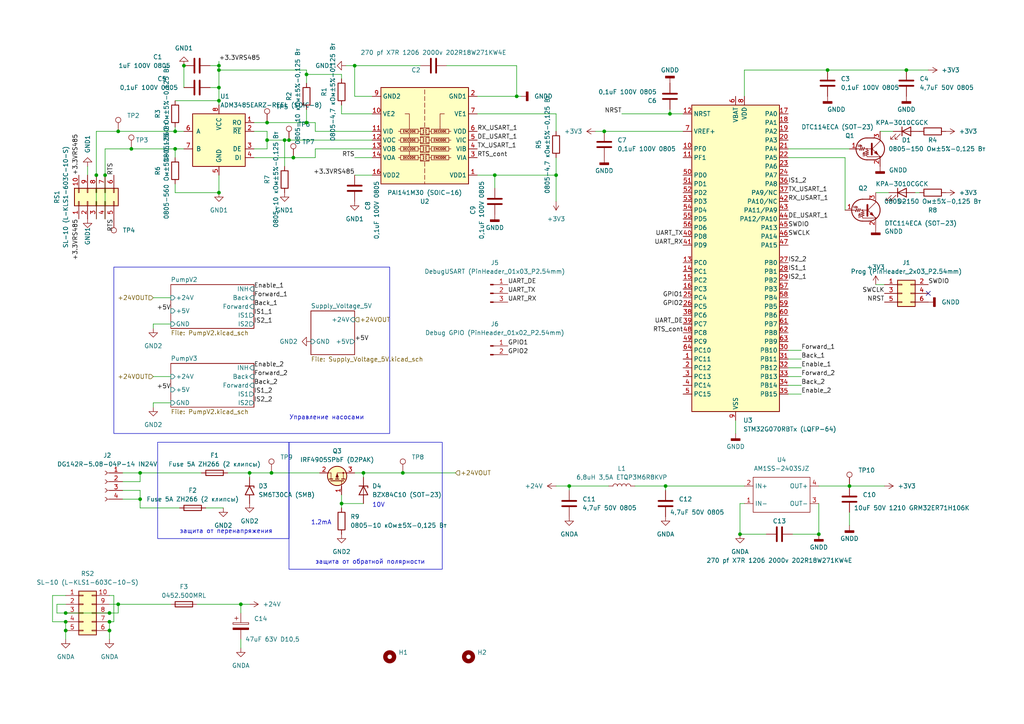
<source format=kicad_sch>
(kicad_sch (version 20231120) (generator "eeschema") (generator_version "8.0")
  (paper "A4")
  (lib_symbols
    (symbol "Connector:Conn_01x02_Pin" (pin_names (offset 1.016) hide)
      (property "Reference" "J" (at 0 2.54 0))
      (property "Value" "Conn_01x02_Pin" (at 0 -5.08 0))
      (symbol "Conn_01x02_Pin_1_1"
        (pin passive line (at 5.08 0 180) (length 3.81) (name "Pin_1") (number "1"))
        (pin passive line (at 5.08 -2.54 180) (length 3.81) (name "Pin_2") (number "2"))
      )
    )
    (symbol "Connector:Conn_01x03_Pin" (pin_names (offset 1.016) hide)
      (property "Reference" "J" (at 0 5.08 0))
      (property "Value" "Conn_01x03_Pin" (at 0 -5.08 0))
      (symbol "Conn_01x03_Pin_1_1"
        (pin passive line (at 5.08 2.54 180) (length 3.81) (name "Pin_1") (number "1"))
        (pin passive line (at 5.08 0 180) (length 3.81) (name "Pin_2") (number "2"))
        (pin passive line (at 5.08 -2.54 180) (length 3.81) (name "Pin_3") (number "3"))
      )
    )
    (symbol "Connector:Conn_01x04_Socket" (pin_names (offset 1.016) hide)
      (property "Reference" "J" (at 0 5.08 0))
      (property "Value" "Conn_01x04_Socket" (at 0 -7.62 0))
      (symbol "Conn_01x04_Socket_1_1"
        (pin passive line (at -5.08 2.54 0) (length 3.81) (name "Pin_1") (number "1"))
        (pin passive line (at -5.08 0 0) (length 3.81) (name "Pin_2") (number "2"))
        (pin passive line (at -5.08 -2.54 0) (length 3.81) (name "Pin_3") (number "3"))
        (pin passive line (at -5.08 -5.08 0) (length 3.81) (name "Pin_4") (number "4"))
      )
    )
    (symbol "Connector:TestPoint" (pin_numbers hide) (pin_names (offset 0.762) hide)
      (property "Reference" "TP" (at 0 6.858 0))
      (property "Value" "TestPoint" (at 0 5.08 0))
      (symbol "TestPoint_1_1"
        (pin passive line (at 0 0 90) (length 2.54) (name "1") (number "1"))
      )
    )
    (symbol "Connector_Generic:Conn_02x03_Odd_Even" (pin_names (offset 1.016) hide)
      (property "Reference" "J" (at 1.27 5.08 0))
      (property "Value" "Conn_02x03_Odd_Even" (at 1.27 -5.08 0))
      (symbol "Conn_02x03_Odd_Even_1_1"
        (pin passive line (at -5.08 2.54 0) (length 3.81) (name "Pin_1") (number "1"))
        (pin passive line (at 7.62 2.54 180) (length 3.81) (name "Pin_2") (number "2"))
        (pin passive line (at -5.08 0 0) (length 3.81) (name "Pin_3") (number "3"))
        (pin passive line (at 7.62 0 180) (length 3.81) (name "Pin_4") (number "4"))
        (pin passive line (at -5.08 -2.54 0) (length 3.81) (name "Pin_5") (number "5"))
        (pin passive line (at 7.62 -2.54 180) (length 3.81) (name "Pin_6") (number "6"))
      )
    )
    (symbol "Connector_Generic:Conn_02x05_Counter_Clockwise" (pin_names (offset 1.016) hide)
      (property "Reference" "J" (at 1.27 7.62 0))
      (property "Value" "Conn_02x05_Counter_Clockwise" (at 1.27 -7.62 0))
      (symbol "Conn_02x05_Counter_Clockwise_1_1"
        (pin passive line (at -5.08 5.08 0) (length 3.81) (name "Pin_1") (number "1"))
        (pin passive line (at 7.62 5.08 180) (length 3.81) (name "Pin_10") (number "10"))
        (pin passive line (at -5.08 2.54 0) (length 3.81) (name "Pin_2") (number "2"))
        (pin passive line (at -5.08 0 0) (length 3.81) (name "Pin_3") (number "3"))
        (pin passive line (at -5.08 -2.54 0) (length 3.81) (name "Pin_4") (number "4"))
        (pin passive line (at -5.08 -5.08 0) (length 3.81) (name "Pin_5") (number "5"))
        (pin passive line (at 7.62 -5.08 180) (length 3.81) (name "Pin_6") (number "6"))
        (pin passive line (at 7.62 -2.54 180) (length 3.81) (name "Pin_7") (number "7"))
        (pin passive line (at 7.62 0 180) (length 3.81) (name "Pin_8") (number "8"))
        (pin passive line (at 7.62 2.54 180) (length 3.81) (name "Pin_9") (number "9"))
      )
    )
    (symbol "Converter_DCDC:AM1SS-"
      (property "Reference" "U" (at -1.27 2.54 0))
      (property "Value" "AM1SS-" (at 0 0 0))
      (symbol "AM1SS-_1_1"
        (pin input line (at -8.89 -5.08 0) (length 2.56) (name "IN-") (number "1"))
        (pin input line (at -8.89 -10.16 0) (length 2.56) (name "IN+") (number "2"))
        (pin output line (at 12.7 -5.08 180) (length 2.56) (name "OUT-") (number "3"))
        (pin output line (at 12.7 -10.16 180) (length 2.56) (name "OUT+") (number "4"))
      )
    )
    (symbol "Device:C" (pin_numbers hide) (pin_names (offset 0.254))
      (property "Reference" "C" (at 0.635 2.54 0))
      (property "Value" "C" (at 0.635 -2.54 0))
      (symbol "C_1_1"
        (pin passive line (at 0 3.81 270) (length 2.794) (name "~") (number "1"))
        (pin passive line (at 0 -3.81 90) (length 2.794) (name "~") (number "2"))
      )
    )
    (symbol "Device:C_Polarized" (pin_numbers hide) (pin_names (offset 0.254))
      (property "Reference" "C" (at 0.635 2.54 0))
      (property "Value" "C_Polarized" (at 0.635 -2.54 0))
      (symbol "C_Polarized_1_1"
        (pin passive line (at 0 3.81 270) (length 2.794) (name "~") (number "1"))
        (pin passive line (at 0 -3.81 90) (length 2.794) (name "~") (number "2"))
      )
    )
    (symbol "Device:Fuse" (pin_numbers hide) (pin_names (offset 0))
      (property "Reference" "F" (at 2.032 0 90))
      (property "Value" "Fuse" (at -1.905 0 90))
      (symbol "Fuse_1_1"
        (pin passive line (at 0 3.81 270) (length 1.27) (name "~") (number "1"))
        (pin passive line (at 0 -3.81 90) (length 1.27) (name "~") (number "2"))
      )
    )
    (symbol "Device:L" (pin_numbers hide) (pin_names (offset 1.016) hide)
      (property "Reference" "L" (at -1.27 0 90))
      (property "Value" "L" (at 1.905 0 90))
      (symbol "L_1_1"
        (pin passive line (at 0 3.81 270) (length 1.27) (name "1") (number "1"))
        (pin passive line (at 0 -3.81 90) (length 1.27) (name "2") (number "2"))
      )
    )
    (symbol "Device:LED" (pin_numbers hide) (pin_names (offset 1.016) hide)
      (property "Reference" "D" (at 0 2.54 0))
      (property "Value" "LED" (at 0 -2.54 0))
      (symbol "LED_1_1"
        (pin passive line (at -3.81 0 0) (length 2.54) (name "K") (number "1"))
        (pin passive line (at 3.81 0 180) (length 2.54) (name "A") (number "2"))
      )
    )
    (symbol "Device:R" (pin_numbers hide) (pin_names (offset 0))
      (property "Reference" "R" (at 2.032 0 90))
      (property "Value" "R" (at 0 0 90))
      (symbol "R_1_1"
        (pin passive line (at 0 3.81 270) (length 1.27) (name "~") (number "1"))
        (pin passive line (at 0 -3.81 90) (length 1.27) (name "~") (number "2"))
      )
    )
    (symbol "Diode:BZX84Cxx" (pin_numbers hide) (pin_names hide)
      (property "Reference" "D" (at 0 3.81 0))
      (property "Value" "BZX84Cxx" (at 0 -3.81 0))
      (symbol "BZX84Cxx_1_1"
        (pin passive line (at 3.81 0 180) (length 2.54) (name "A") (number "1"))
        (pin no_connect line (at 1.27 0 180) (length 2.54) hide (name "NC") (number "2"))
        (pin passive line (at -3.81 0 0) (length 2.54) (name "K") (number "3"))
      )
    )
    (symbol "Diode:SM6T30A" (pin_numbers hide) (pin_names (offset 1.016) hide)
      (property "Reference" "D" (at 0 2.54 0))
      (property "Value" "SM6T30A" (at 0 -2.54 0))
      (symbol "SM6T30A_1_1"
        (pin passive line (at -3.81 0 0) (length 2.54) (name "A1") (number "1"))
        (pin passive line (at 3.81 0 180) (length 2.54) (name "A2") (number "2"))
      )
    )
    (symbol "Interface_UART:SP3485CN" (pin_names (offset 1.016))
      (property "Reference" "U" (at -7.62 8.89 0))
      (property "Value" "SP3485CN" (at 2.54 8.89 0))
      (symbol "SP3485CN_1_1"
        (pin output line (at -10.16 5.08 0) (length 2.54) (name "RO") (number "1"))
        (pin input line (at -10.16 2.54 0) (length 2.54) (name "~{RE}") (number "2"))
        (pin input line (at -10.16 -2.54 0) (length 2.54) (name "DE") (number "3"))
        (pin input line (at -10.16 -5.08 0) (length 2.54) (name "DI") (number "4"))
        (pin power_in line (at 0 -10.16 90) (length 2.54) (name "GND") (number "5"))
        (pin bidirectional line (at 10.16 2.54 180) (length 2.54) (name "A") (number "6"))
        (pin bidirectional line (at 10.16 -2.54 180) (length 2.54) (name "B") (number "7"))
        (pin power_in line (at 0 10.16 270) (length 2.54) (name "VCC") (number "8"))
      )
    )
    (symbol "Isolator:π141M3x"
      (property "Reference" "U" (at 0 19.05 0))
      (property "Value" "π141M3x" (at 0 16.51 0))
      (symbol "π141M3x_0_0"
        (text "DECODE" (at -4.445 0 0) (effects (font (size 0.635 0.635))))
        (text "DECODE" (at 4.445 2.54 0) (effects (font (size 0.635 0.635))))
        (text "DECODE" (at 4.445 5.08 0) (effects (font (size 0.635 0.635))))
        (text "DECODE" (at 4.445 7.62 0) (effects (font (size 0.635 0.635))))
        (text "ENCODE" (at -4.445 2.54 0) (effects (font (size 0.635 0.635))))
        (text "ENCODE" (at -4.445 5.08 0) (effects (font (size 0.635 0.635))))
        (text "ENCODE" (at -4.445 7.62 0) (effects (font (size 0.635 0.635))))
        (text "ENCODE" (at 4.445 0 0) (effects (font (size 0.635 0.635))))
      )
      (symbol "π141M3x_1_1"
        (pin power_in line (at -15.24 12.7 0) (length 2.54) (name "VDD1") (number "1"))
        (pin input line (at 15.24 -5.08 180) (length 2.54) (name "VE2") (number "10"))
        (pin input line (at 15.24 0 180) (length 2.54) (name "VID") (number "11"))
        (pin output line (at 15.24 2.54 180) (length 2.54) (name "VOC") (number "12"))
        (pin output line (at 15.24 5.08 180) (length 2.54) (name "VOB") (number "13"))
        (pin output line (at 15.24 7.62 180) (length 2.54) (name "VOA") (number "14"))
        (pin passive line (at 15.24 -10.16 180) (length 2.54) hide (name "GND2") (number "15"))
        (pin power_in line (at 15.24 12.7 180) (length 2.54) (name "VDD2") (number "16"))
        (pin power_in line (at -15.24 -10.16 0) (length 2.54) (name "GND1") (number "2"))
        (pin input line (at -15.24 7.62 0) (length 2.54) (name "VIA") (number "3"))
        (pin input line (at -15.24 5.08 0) (length 2.54) (name "VIB") (number "4"))
        (pin input line (at -15.24 2.54 0) (length 2.54) (name "VIC") (number "5"))
        (pin output line (at -15.24 0 0) (length 2.54) (name "VOD") (number "6"))
        (pin input line (at -15.24 -5.08 0) (length 2.54) (name "VE1") (number "7"))
        (pin passive line (at -15.24 -10.16 0) (length 2.54) hide (name "GND1") (number "8"))
        (pin power_in line (at 15.24 -10.16 180) (length 2.54) (name "GND2") (number "9"))
      )
    )
    (symbol "MCU_ST_STM32G0:STM32G070RBTx"
      (property "Reference" "U" (at -12.7 46.99 0))
      (property "Value" "STM32G070RBTx" (at 5.08 46.99 0))
      (symbol "STM32G070RBTx_1_1"
        (pin bidirectional line (at -15.24 -27.94 0) (length 2.54) (name "PC11") (number "1"))
        (pin bidirectional line (at -15.24 33.02 0) (length 2.54) (name "PF0") (number "10"))
        (pin bidirectional line (at -15.24 30.48 0) (length 2.54) (name "PF1") (number "11"))
        (pin input line (at -15.24 43.18 0) (length 2.54) (name "NRST") (number "12"))
        (pin bidirectional line (at -15.24 0 0) (length 2.54) (name "PC0") (number "13"))
        (pin bidirectional line (at -15.24 -2.54 0) (length 2.54) (name "PC1") (number "14"))
        (pin bidirectional line (at -15.24 -5.08 0) (length 2.54) (name "PC2") (number "15"))
        (pin bidirectional line (at -15.24 -7.62 0) (length 2.54) (name "PC3") (number "16"))
        (pin bidirectional line (at 15.24 43.18 180) (length 2.54) (name "PA0") (number "17"))
        (pin bidirectional line (at 15.24 40.64 180) (length 2.54) (name "PA1") (number "18"))
        (pin bidirectional line (at 15.24 38.1 180) (length 2.54) (name "PA2") (number "19"))
        (pin bidirectional line (at -15.24 -30.48 0) (length 2.54) (name "PC12") (number "2"))
        (pin bidirectional line (at 15.24 35.56 180) (length 2.54) (name "PA3") (number "20"))
        (pin bidirectional line (at 15.24 33.02 180) (length 2.54) (name "PA4") (number "21"))
        (pin bidirectional line (at 15.24 30.48 180) (length 2.54) (name "PA5") (number "22"))
        (pin bidirectional line (at 15.24 27.94 180) (length 2.54) (name "PA6") (number "23"))
        (pin bidirectional line (at 15.24 25.4 180) (length 2.54) (name "PA7") (number "24"))
        (pin bidirectional line (at -15.24 -10.16 0) (length 2.54) (name "PC4") (number "25"))
        (pin bidirectional line (at -15.24 -12.7 0) (length 2.54) (name "PC5") (number "26"))
        (pin bidirectional line (at 15.24 0 180) (length 2.54) (name "PB0") (number "27"))
        (pin bidirectional line (at 15.24 -2.54 180) (length 2.54) (name "PB1") (number "28"))
        (pin bidirectional line (at 15.24 -5.08 180) (length 2.54) (name "PB2") (number "29"))
        (pin bidirectional line (at -15.24 -33.02 0) (length 2.54) (name "PC13") (number "3"))
        (pin bidirectional line (at 15.24 -25.4 180) (length 2.54) (name "PB10") (number "30"))
        (pin bidirectional line (at 15.24 -27.94 180) (length 2.54) (name "PB11") (number "31"))
        (pin bidirectional line (at 15.24 -30.48 180) (length 2.54) (name "PB12") (number "32"))
        (pin bidirectional line (at 15.24 -33.02 180) (length 2.54) (name "PB13") (number "33"))
        (pin bidirectional line (at 15.24 -35.56 180) (length 2.54) (name "PB14") (number "34"))
        (pin bidirectional line (at 15.24 -38.1 180) (length 2.54) (name "PB15") (number "35"))
        (pin bidirectional line (at 15.24 22.86 180) (length 2.54) (name "PA8") (number "36"))
        (pin bidirectional line (at 15.24 20.32 180) (length 2.54) (name "PA9/NC") (number "37"))
        (pin bidirectional line (at -15.24 -15.24 0) (length 2.54) (name "PC6") (number "38"))
        (pin bidirectional line (at -15.24 -17.78 0) (length 2.54) (name "PC7") (number "39"))
        (pin bidirectional line (at -15.24 -35.56 0) (length 2.54) (name "PC14") (number "4"))
        (pin bidirectional line (at -15.24 7.62 0) (length 2.54) (name "PD8") (number "40"))
        (pin bidirectional line (at -15.24 5.08 0) (length 2.54) (name "PD9") (number "41"))
        (pin bidirectional line (at 15.24 17.78 180) (length 2.54) (name "PA10/NC") (number "42"))
        (pin bidirectional line (at 15.24 15.24 180) (length 2.54) (name "PA11/PA9") (number "43"))
        (pin bidirectional line (at 15.24 12.7 180) (length 2.54) (name "PA12/PA10") (number "44"))
        (pin bidirectional line (at 15.24 10.16 180) (length 2.54) (name "PA13") (number "45"))
        (pin bidirectional line (at 15.24 7.62 180) (length 2.54) (name "PA14") (number "46"))
        (pin bidirectional line (at 15.24 5.08 180) (length 2.54) (name "PA15") (number "47"))
        (pin bidirectional line (at -15.24 -20.32 0) (length 2.54) (name "PC8") (number "48"))
        (pin bidirectional line (at -15.24 -22.86 0) (length 2.54) (name "PC9") (number "49"))
        (pin bidirectional line (at -15.24 -38.1 0) (length 2.54) (name "PC15") (number "5"))
        (pin bidirectional line (at -15.24 25.4 0) (length 2.54) (name "PD0") (number "50"))
        (pin bidirectional line (at -15.24 22.86 0) (length 2.54) (name "PD1") (number "51"))
        (pin bidirectional line (at -15.24 20.32 0) (length 2.54) (name "PD2") (number "52"))
        (pin bidirectional line (at -15.24 17.78 0) (length 2.54) (name "PD3") (number "53"))
        (pin bidirectional line (at -15.24 15.24 0) (length 2.54) (name "PD4") (number "54"))
        (pin bidirectional line (at -15.24 12.7 0) (length 2.54) (name "PD5") (number "55"))
        (pin bidirectional line (at -15.24 10.16 0) (length 2.54) (name "PD6") (number "56"))
        (pin bidirectional line (at 15.24 -7.62 180) (length 2.54) (name "PB3") (number "57"))
        (pin bidirectional line (at 15.24 -10.16 180) (length 2.54) (name "PB4") (number "58"))
        (pin bidirectional line (at 15.24 -12.7 180) (length 2.54) (name "PB5") (number "59"))
        (pin power_in line (at 0 48.26 270) (length 2.54) (name "VBAT") (number "6"))
        (pin bidirectional line (at 15.24 -15.24 180) (length 2.54) (name "PB6") (number "60"))
        (pin bidirectional line (at 15.24 -17.78 180) (length 2.54) (name "PB7") (number "61"))
        (pin bidirectional line (at 15.24 -20.32 180) (length 2.54) (name "PB8") (number "62"))
        (pin bidirectional line (at 15.24 -22.86 180) (length 2.54) (name "PB9") (number "63"))
        (pin bidirectional line (at -15.24 -25.4 0) (length 2.54) (name "PC10") (number "64"))
        (pin input line (at -15.24 38.1 0) (length 2.54) (name "VREF+") (number "7"))
        (pin power_in line (at 2.54 48.26 270) (length 2.54) (name "VDD") (number "8"))
        (pin power_in line (at 0 -45.72 90) (length 2.54) (name "VSS") (number "9"))
      )
    )
    (symbol "Mechanical:MountingHole" (pin_names (offset 1.016))
      (property "Reference" "H" (at 0 5.08 0))
      (property "Value" "MountingHole" (at 0 3.175 0))
    )
    (symbol "PCM_4ms_Power-symbol:GNDA" (power) (pin_numbers hide) (pin_names (offset 0) hide)
      (property "Value" "GNDA" (at 0 -3.81 0))
      (symbol "GNDA_1_1"
        (pin power_in line (at 0 0 270) (length 0) hide (name "GNDA") (number "1"))
      )
    )
    (symbol "PCM_Transistor_MOSFET_AKL:IRF4905" (pin_names hide)
      (property "Reference" "Q" (at 5.08 1.27 0))
      (property "Value" "IRF4905" (at 5.08 -1.27 0))
      (symbol "IRF4905_1_1"
        (pin input line (at -3.81 1.27 0) (length 2.54) (name "G") (number "1"))
        (pin passive line (at 2.54 -5.08 90) (length 2.54) (name "D") (number "2"))
        (pin passive line (at 2.54 5.08 270) (length 2.54) (name "S") (number "3"))
      )
    )
    (symbol "Transistor_BJT:DTC114E" (pin_names (offset 0) hide)
      (property "Reference" "Q" (at 5.08 1.905 0))
      (property "Value" "DTC114E" (at 5.08 0 0))
      (symbol "DTC114E_0_0"
        (text "10k" (at -3.302 0.889 0) (effects (font (size 0.508 0.508))))
        (text "10k" (at -2.159 -1.524 900) (effects (font (size 0.508 0.508))))
      )
      (symbol "DTC114E_1_1"
        (pin input line (at -6.35 0 0) (length 2.54) (name "B") (number "1"))
        (pin passive line (at 2.54 -5.08 90) (length 2.54) (name "E") (number "2"))
        (pin passive line (at 2.54 5.08 270) (length 2.54) (name "C") (number "3"))
      )
    )
    (symbol "power:+24V" (power) (pin_numbers hide) (pin_names (offset 0) hide)
      (property "Value" "+24V" (at 0 3.556 0))
      (symbol "+24V_1_1"
        (pin power_in line (at 0 0 90) (length 0) hide (name "+24V") (number "1"))
      )
    )
    (symbol "power:+3V3" (power) (pin_numbers hide) (pin_names (offset 0) hide)
      (property "Value" "+3V3" (at 0 3.556 0))
      (symbol "+3V3_1_1"
        (pin power_in line (at 0 0 90) (length 0) hide (name "+3V3") (number "1"))
      )
    )
    (symbol "power:GND1" (power) (pin_numbers hide) (pin_names (offset 0) hide)
      (property "Value" "GND1" (at 0 -3.81 0))
      (symbol "GND1_1_1"
        (pin power_in line (at 0 0 270) (length 0) hide (name "GND1") (number "1"))
      )
    )
    (symbol "power:GND2" (power) (pin_numbers hide) (pin_names (offset 0) hide)
      (property "Value" "GND2" (at 0 -3.81 0))
      (symbol "GND2_1_1"
        (pin power_in line (at 0 0 270) (length 0) hide (name "GND2") (number "1"))
      )
    )
    (symbol "power:GNDD" (power) (pin_numbers hide) (pin_names (offset 0) hide)
      (property "Value" "GNDD" (at 0 -3.175 0))
      (symbol "GNDD_1_1"
        (pin power_in line (at 0 0 270) (length 0) hide (name "GNDD") (number "1"))
      )
    )
  )
  (junction (at 19.05 182.88))
  (junction (at 85.09 45.72))
  (junction (at 240.03 20.32))
  (junction (at 27.94 50.8))
  (junction (at 262.89 20.32))
  (junction (at 31.75 177.8))
  (junction (at 193.04 140.97))
  (junction (at 19.05 177.8))
  (junction (at 63.5 19.05))
  (junction (at 143.51 50.8))
  (junction (at 237.49 154.94))
  (junction (at 99.06 146.05))
  (junction (at 175.26 38.1))
  (junction (at 161.29 50.8))
  (junction (at 102.87 19.05))
  (junction (at 72.39 137.16))
  (junction (at 165.1 140.97))
  (junction (at 63.5 25.4))
  (junction (at 50.8 38.1))
  (junction (at 31.75 180.34))
  (junction (at 88.9 35.56))
  (junction (at 38.1 43.18))
  (junction (at 69.85 175.26))
  (junction (at 214.63 154.94))
  (junction (at 63.5 20.32))
  (junction (at 63.5 55.88))
  (junction (at 19.05 180.34))
  (junction (at 40.64 144.78))
  (junction (at 31.75 182.88))
  (junction (at 30.48 50.8))
  (junction (at 82.55 40.64))
  (junction (at 77.47 35.56))
  (junction (at 34.29 175.26))
  (junction (at 63.5 29.21))
  (junction (at 53.34 19.05))
  (junction (at 50.8 43.18))
  (junction (at 83.82 40.64))
  (junction (at 40.64 137.16))
  (junction (at 34.29 38.1))
  (junction (at 116.84 137.16))
  (junction (at 246.38 140.97))
  (junction (at 88.9 21.59))
  (junction (at 149.86 27.94))
  (junction (at 194.31 33.02))
  (junction (at 78.74 137.16))
  (junction (at 105.41 137.16))
  (junction (at 77.47 40.64))
  (no_connect (at 269.24 85.09))
  (wire (pts (xy 237.49 146.05) (xy 237.49 154.94)))
  (wire (pts (xy 213.36 121.92) (xy 213.36 125.73)))
  (wire (pts (xy 31.75 180.34) (xy 31.75 182.88)))
  (wire (pts (xy 40.64 137.16) (xy 58.42 137.16)))
  (wire (pts (xy 60.96 19.05) (xy 63.5 19.05)))
  (wire (pts (xy 35.56 144.78) (xy 40.64 144.78)))
  (wire (pts (xy 49.53 116.84) (xy 44.45 116.84)))
  (wire (pts (xy 105.41 137.16) (xy 102.87 137.16)))
  (wire (pts (xy 161.29 140.97) (xy 165.1 140.97)))
  (wire (pts (xy 44.45 109.22) (xy 49.53 109.22)))
  (wire (pts (xy 214.63 146.05) (xy 214.63 154.94)))
  (wire (pts (xy 27.94 38.1) (xy 34.29 38.1)))
  (wire (pts (xy 99.06 22.86) (xy 99.06 21.59)))
  (wire (pts (xy 184.15 140.97) (xy 193.04 140.97)))
  (wire (pts (xy 72.39 137.16) (xy 72.39 138.43)))
  (wire (pts (xy 105.41 137.16) (xy 105.41 138.43)))
  (wire (pts (xy 60.96 25.4) (xy 63.5 25.4)))
  (wire (pts (xy 35.56 137.16) (xy 40.64 137.16)))
  (wire (pts (xy 34.29 175.26) (xy 49.53 175.26)))
  (wire (pts (xy 105.41 137.16) (xy 116.84 137.16)))
  (wire (pts (xy 44.45 116.84) (xy 44.45 118.11)))
  (wire (pts (xy 19.05 182.88) (xy 19.05 185.42)))
  (wire (pts (xy 53.34 19.05) (xy 53.34 25.4)))
  (wire (pts (xy 19.05 180.34) (xy 19.05 182.88)))
  (wire (pts (xy 180.34 33.02) (xy 194.31 33.02)))
  (wire (pts (xy 63.5 50.8) (xy 63.5 55.88)))
  (wire (pts (xy 38.1 43.18) (xy 50.8 43.18)))
  (wire (pts (xy 50.8 38.1) (xy 53.34 38.1)))
  (wire (pts (xy 66.04 137.16) (xy 72.39 137.16)))
  (wire (pts (xy 40.64 147.32) (xy 52.07 147.32)))
  (wire (pts (xy 69.85 175.26) (xy 69.85 177.8)))
  (wire (pts (xy 77.47 35.56) (xy 73.66 35.56)))
  (wire (pts (xy 59.69 147.32) (xy 64.77 147.32)))
  (wire (pts (xy 27.94 38.1) (xy 27.94 50.8)))
  (wire (pts (xy 198.12 33.02) (xy 194.31 33.02)))
  (wire (pts (xy 50.8 45.72) (xy 50.8 43.18)))
  (wire (pts (xy 88.9 31.75) (xy 88.9 35.56)))
  (wire (pts (xy 16.51 175.26) (xy 16.51 177.8)))
  (wire (pts (xy 72.39 137.16) (xy 78.74 137.16)))
  (wire (pts (xy 40.64 144.78) (xy 40.64 142.24)))
  (wire (pts (xy 229.87 154.94) (xy 237.49 154.94)))
  (wire (pts (xy 50.8 36.83) (xy 50.8 38.1)))
  (wire (pts (xy 215.9 146.05) (xy 214.63 146.05)))
  (wire (pts (xy 165.1 142.24) (xy 165.1 140.97)))
  (wire (pts (xy 246.38 140.97) (xy 256.54 140.97)))
  (wire (pts (xy 245.11 45.72) (xy 245.11 60.96)))
  (wire (pts (xy 40.64 147.32) (xy 40.64 144.78)))
  (wire (pts (xy 77.47 40.64) (xy 77.47 43.18)))
  (wire (pts (xy 63.5 17.78) (xy 63.5 19.05)))
  (wire (pts (xy 50.8 55.88) (xy 63.5 55.88)))
  (wire (pts (xy 77.47 38.1) (xy 77.47 40.64)))
  (wire (pts (xy 88.9 21.59) (xy 99.06 21.59)))
  (wire (pts (xy 240.03 20.32) (xy 262.89 20.32)))
  (wire (pts (xy 194.31 33.02) (xy 194.31 31.75)))
  (wire (pts (xy 99.06 33.02) (xy 99.06 30.48)))
  (wire (pts (xy 99.06 143.51) (xy 99.06 146.05)))
  (wire (pts (xy 105.41 146.05) (xy 99.06 146.05)))
  (wire (pts (xy 129.54 19.05) (xy 149.86 19.05)))
  (wire (pts (xy 50.8 43.18) (xy 53.34 43.18)))
  (wire (pts (xy 27.94 63.5) (xy 27.94 50.8)))
  (wire (pts (xy 262.89 20.32) (xy 269.24 20.32)))
  (wire (pts (xy 254 82.55) (xy 256.54 82.55)))
  (wire (pts (xy 172.72 38.1) (xy 175.26 38.1)))
  (wire (pts (xy 34.29 177.8) (xy 34.29 175.26)))
  (wire (pts (xy 237.49 140.97) (xy 246.38 140.97)))
  (wire (pts (xy 73.66 45.72) (xy 85.09 45.72)))
  (wire (pts (xy 102.87 45.72) (xy 107.95 45.72)))
  (wire (pts (xy 19.05 175.26) (xy 16.51 175.26)))
  (wire (pts (xy 73.66 38.1) (xy 77.47 38.1)))
  (wire (pts (xy 138.43 33.02) (xy 161.29 33.02)))
  (wire (pts (xy 246.38 148.59) (xy 246.38 152.4)))
  (wire (pts (xy 31.75 182.88) (xy 31.75 185.42)))
  (wire (pts (xy 85.09 45.72) (xy 91.44 45.72)))
  (wire (pts (xy 69.85 185.42) (xy 69.85 187.96)))
  (wire (pts (xy 193.04 142.24) (xy 193.04 140.97)))
  (wire (pts (xy 19.05 172.72) (xy 15.24 172.72)))
  (wire (pts (xy 143.51 50.8) (xy 143.51 54.61)))
  (wire (pts (xy 149.86 27.94) (xy 151.13 27.94)))
  (wire (pts (xy 121.92 19.05) (xy 102.87 19.05)))
  (wire (pts (xy 77.47 40.64) (xy 82.55 40.64)))
  (wire (pts (xy 40.64 142.24) (xy 35.56 142.24)))
  (wire (pts (xy 138.43 50.8) (xy 143.51 50.8)))
  (wire (pts (xy 161.29 45.72) (xy 161.29 50.8)))
  (wire (pts (xy 16.51 177.8) (xy 19.05 177.8)))
  (wire (pts (xy 31.75 177.8) (xy 34.29 177.8)))
  (wire (pts (xy 30.48 43.18) (xy 30.48 50.8)))
  (wire (pts (xy 228.6 111.76) (xy 232.41 111.76)))
  (wire (pts (xy 44.45 93.98) (xy 44.45 95.25)))
  (wire (pts (xy 193.04 140.97) (xy 215.9 140.97)))
  (wire (pts (xy 99.06 146.05) (xy 99.06 147.32)))
  (wire (pts (xy 35.56 139.7) (xy 40.64 139.7)))
  (wire (pts (xy 99.06 33.02) (xy 107.95 33.02)))
  (wire (pts (xy 50.8 29.21) (xy 63.5 29.21)))
  (wire (pts (xy 15.24 180.34) (xy 19.05 180.34)))
  (wire (pts (xy 228.6 101.6) (xy 232.41 101.6)))
  (wire (pts (xy 34.29 38.1) (xy 50.8 38.1)))
  (wire (pts (xy 77.47 43.18) (xy 73.66 43.18)))
  (wire (pts (xy 116.84 137.16) (xy 132.08 137.16)))
  (wire (pts (xy 100.33 19.05) (xy 102.87 19.05)))
  (wire (pts (xy 63.5 20.32) (xy 88.9 20.32)))
  (wire (pts (xy 254 55.88) (xy 257.81 55.88)))
  (wire (pts (xy 63.5 20.32) (xy 63.5 25.4)))
  (wire (pts (xy 50.8 53.34) (xy 50.8 55.88)))
  (wire (pts (xy 228.6 106.68) (xy 232.41 106.68)))
  (wire (pts (xy 91.44 38.1) (xy 107.95 38.1)))
  (wire (pts (xy 40.64 139.7) (xy 40.64 137.16)))
  (wire (pts (xy 44.45 86.36) (xy 49.53 86.36)))
  (wire (pts (xy 63.5 19.05) (xy 63.5 20.32)))
  (wire (pts (xy 88.9 35.56) (xy 77.47 35.56)))
  (wire (pts (xy 88.9 21.59) (xy 88.9 24.13)))
  (wire (pts (xy 228.6 45.72) (xy 245.11 45.72)))
  (wire (pts (xy 228.6 114.3) (xy 232.41 114.3)))
  (wire (pts (xy 228.6 104.14) (xy 232.41 104.14)))
  (wire (pts (xy 215.9 20.32) (xy 215.9 27.94)))
  (wire (pts (xy 25.4 48.26) (xy 25.4 50.8)))
  (wire (pts (xy 69.85 175.26) (xy 72.39 175.26)))
  (wire (pts (xy 82.55 40.64) (xy 82.55 48.26)))
  (wire (pts (xy 91.44 35.56) (xy 91.44 38.1)))
  (wire (pts (xy 63.5 29.21) (xy 63.5 30.48)))
  (wire (pts (xy 102.87 50.8) (xy 107.95 50.8)))
  (wire (pts (xy 138.43 27.94) (xy 149.86 27.94)))
  (wire (pts (xy 15.24 172.72) (xy 15.24 180.34)))
  (wire (pts (xy 161.29 50.8) (xy 161.29 58.42)))
  (wire (pts (xy 83.82 40.64) (xy 107.95 40.64)))
  (wire (pts (xy 265.43 55.88) (xy 266.7 55.88)))
  (wire (pts (xy 63.5 25.4) (xy 63.5 29.21)))
  (wire (pts (xy 31.75 172.72) (xy 33.02 172.72)))
  (wire (pts (xy 161.29 33.02) (xy 161.29 38.1)))
  (wire (pts (xy 259.08 38.1) (xy 255.27 38.1)))
  (wire (pts (xy 33.02 172.72) (xy 33.02 180.34)))
  (wire (pts (xy 88.9 21.59) (xy 88.9 20.32)))
  (wire (pts (xy 228.6 43.18) (xy 246.38 43.18)))
  (wire (pts (xy 91.44 45.72) (xy 91.44 43.18)))
  (wire (pts (xy 91.44 43.18) (xy 107.95 43.18)))
  (wire (pts (xy 214.63 154.94) (xy 222.25 154.94)))
  (wire (pts (xy 19.05 177.8) (xy 31.75 177.8)))
  (wire (pts (xy 49.53 93.98) (xy 44.45 93.98)))
  (wire (pts (xy 57.15 175.26) (xy 69.85 175.26)))
  (wire (pts (xy 228.6 109.22) (xy 232.41 109.22)))
  (wire (pts (xy 143.51 50.8) (xy 161.29 50.8)))
  (wire (pts (xy 78.74 137.16) (xy 92.71 137.16)))
  (wire (pts (xy 30.48 63.5) (xy 30.48 50.8)))
  (wire (pts (xy 30.48 43.18) (xy 38.1 43.18)))
  (wire (pts (xy 91.44 35.56) (xy 88.9 35.56)))
  (wire (pts (xy 102.87 27.94) (xy 107.95 27.94)))
  (wire (pts (xy 175.26 38.1) (xy 198.12 38.1)))
  (wire (pts (xy 31.75 175.26) (xy 34.29 175.26)))
  (wire (pts (xy 102.87 19.05) (xy 102.87 27.94)))
  (wire (pts (xy 33.02 180.34) (xy 31.75 180.34)))
  (wire (pts (xy 165.1 140.97) (xy 176.53 140.97)))
  (wire (pts (xy 149.86 19.05) (xy 149.86 27.94)))
  (wire (pts (xy 215.9 20.32) (xy 240.03 20.32)))
  (wire (pts (xy 82.55 40.64) (xy 83.82 40.64)))
  (rectangle (start 33.02 77.47) (end 113.03 125.73))
  (rectangle (start 45.72 128.27) (end 83.82 156.21))
  (rectangle (start 83.82 128.27) (end 128.27 165.1))
  (text "Управление насосами" (at 83.82 121.92 0) (effects (font (size 1.27 1.27)) (justify left bottom)))
  (text "10V" (at 107.95 147.32 0) (effects (font (size 1.27 1.27)) (justify left bottom)))
  (text "защита от перенапряжения\n" (at 52.07 154.94 0) (effects (font (size 1.27 1.27)) (justify left bottom)))
  (text "1.2mA" (at 90.17 152.4 0) (effects (font (size 1.27 1.27)) (justify left bottom)))
  (text "защита от обратной полярности" (at 91.44 163.83 0) (effects (font (size 1.27 1.27)) (justify left bottom)))
  (label "+3.3VRS485" (at 22.86 50.8 90))
  (label "NRST" (at 180.34 33.02 180))
  (label "UART_TX" (at 147.32 85.09 0))
  (label "+5V" (at 102.87 99.06 0))
  (label "RTS_cont" (at 138.43 45.72 0))
  (label "RX_USART_1" (at 138.43 38.1 0))
  (label "UART_TX" (at 198.12 68.58 180))
  (label "RX_USART_1" (at 228.6 58.42 0))
  (label "Back_1" (at 73.66 88.9 0))
  (label "Forward_1" (at 73.66 86.36 0))
  (label "+5V" (at 49.53 90.17 180))
  (label "Forward_1" (at 232.41 101.6 0))
  (label "DE_USART_1" (at 228.6 63.5 0))
  (label "UART_DE" (at 198.12 93.98 180))
  (label "UART_RX" (at 147.32 87.63 0))
  (label "SWDIO" (at 269.24 82.55 0))
  (label "DE_USART_1" (at 138.43 40.64 0))
  (label "UART_RX" (at 198.12 71.12 180))
  (label "Back_1" (at 232.41 104.14 0))
  (label "Enable_1" (at 232.41 106.68 0))
  (label "RTS_cont" (at 198.12 96.52 180))
  (label "NRST" (at 256.54 87.63 180))
  (label "RTS" (at 33.02 63.5 270))
  (label "RTS" (at 33.02 50.8 90))
  (label "Forward_2" (at 232.41 109.22 0))
  (label "TX_USART_1" (at 228.6 55.88 0))
  (label "SWDIO" (at 228.6 66.04 0))
  (label "+3.3VRS485" (at 102.87 50.8 180))
  (label "Enable_2" (at 232.41 114.3 0))
  (label "IS1_1" (at 73.66 91.44 0))
  (label "IS1_2" (at 73.66 114.3 0))
  (label "+3.3VRS485" (at 22.86 63.5 270))
  (label "SWCLK" (at 256.54 85.09 180))
  (label "GPIO2" (at 147.32 102.87 0))
  (label "Enable_1" (at 73.66 83.82 0))
  (label "Back_2" (at 232.41 111.76 0))
  (label "Back_2" (at 73.66 111.76 0))
  (label "+3.3VRS485" (at 63.5 17.78 0))
  (label "IS2_2" (at 228.6 76.2 0))
  (label "RTS" (at 102.87 45.72 180))
  (label "+5V" (at 49.53 113.03 180))
  (label "GPIO2" (at 198.12 88.9 180))
  (label "TX_USART_1" (at 138.43 43.18 0))
  (label "UART_DE" (at 147.32 82.55 0))
  (label "SWCLK" (at 228.6 68.58 0))
  (label "IS1_2" (at 228.6 53.34 0))
  (label "Enable_2" (at 73.66 106.68 0))
  (label "GPIO1" (at 198.12 86.36 180))
  (label "Forward_2" (at 73.66 109.22 0))
  (label "IS2_1" (at 228.6 81.28 0))
  (label "GPIO1" (at 147.32 100.33 0))
  (label "IS2_2" (at 73.66 116.84 0))
  (label "IS2_1" (at 73.66 93.98 0))
  (label "IS1_1" (at 228.6 78.74 0))
  (hierarchical_label "+24VOUT" (shape input) (at 44.45 86.36 180))
  (hierarchical_label "+24VOUT" (shape input) (at 44.45 109.22 180))
  (hierarchical_label "+24VOUT" (shape input) (at 132.08 137.16 0))
  (hierarchical_label "+24VOUT" (shape input) (at 102.87 92.71 0))
  (symbol (lib_id "Isolator:π141M3x") (at 123.19 38.1 180) (unit 1)
    (property "Reference" "U2" (at 123.19 58.42 0))
    (property "Value" "PAI141M30 (SOIC-16)" (at 123.19 55.88 0))
    (property "Footprint" "Package_SO:SOIC-16_3.9x9.9mm_P1.27mm" (effects (hide yes)))
    (property "Datasheet" "https://wmsc.lcsc.com/wmsc/upload/file/pdf/v2/lcsc/2001082007_2Pai-Semi--141M30_C471604.pdf" (effects (hide yes)))
  )
  (symbol (lib_id "power:GND1") (at 82.55 55.88 0) (unit 1)
    (property "Reference" "#PWR014" (effects (hide yes)))
    (property "Value" "GND1" (at 82.55 60.96 0))
  )
  (symbol (lib_id "Device:C") (at 226.06 154.94 90) (unit 1)
    (property "Reference" "C13" (at 226.06 151.13 90))
    (property "Value" "270 pf X7R 1206 2000v 202R18W271KW4E" (at 226.06 162.56 90))
    (property "Footprint" "PCM_Capacitor_SMD_Handsoldering_AKL:C_1210_3225Metric_Pad1.42x2.65mm" (effects (hide yes)))
  )
  (symbol (lib_id "Device:R") (at 50.8 33.02 180) (unit 1)
    (property "Reference" "R3" (at 45.72 33.02 90))
    (property "Value" "0805-560 Ом±5%-0,125 Вт" (at 48.26 33.02 90))
    (property "Footprint" "PCM_4ms_Resistor:R_0805_2012Metric" (effects (hide yes)))
  )
  (symbol (lib_id "Device:C") (at 246.38 144.78 0) (unit 1)
    (property "Reference" "C10" (at 250.19 143.51 0) (effects (justify left)))
    (property "Value" "10uF 50V 1210 GRM32ER71H106K" (at 247.65 147.32 0) (effects (justify left)))
    (property "Footprint" "PCM_Capacitor_SMD_AKL:C_1210_3225Metric_Pad1.42x2.65mm_HandSolder" (effects (hide yes)))
  )
  (symbol (lib_id "power:GND2") (at 64.77 147.32 0) (unit 1)
    (property "Reference" "#PWR029" (effects (hide yes)))
    (property "Value" "GND2" (at 64.77 152.4 0))
  )
  (symbol (lib_id "power:GND1") (at 25.4 48.26 180) (unit 1)
    (property "Reference" "#PWR011" (effects (hide yes)))
    (property "Value" "GND1" (at 25.4 44.45 90) (effects (justify right)))
  )
  (symbol (lib_id "Connector:Conn_01x02_Pin") (at 142.24 100.33 0) (unit 1)
    (property "Reference" "J6" (at 143.51 93.98 0))
    (property "Value" "Debug GPIO (PinHeader_01x02_P2.54mm)" (at 143.51 96.52 0))
    (property "Footprint" "Connector_PinHeader_2.54mm:PinHeader_1x02_P2.54mm_Vertical" (effects (hide yes)))
  )
  (symbol (lib_id "power:+3V3") (at 256.54 140.97 270) (unit 1)
    (property "Reference" "#PWR027" (effects (hide yes)))
    (property "Value" "+3V3" (at 260.35 140.97 90) (effects (justify left)))
  )
  (symbol (lib_id "power:GNDD") (at 143.51 62.23 0) (unit 1)
    (property "Reference" "#PWR018" (effects (hide yes)))
    (property "Value" "GNDD" (at 143.51 66.04 0))
  )
  (symbol (lib_id "Connector:TestPoint") (at 78.74 137.16 0) (unit 1) (in_bom no)
    (property "Reference" "TP9" (at 81.28 132.588 0) (effects (justify left)))
    (property "Value" "TestPoint" (effects (hide yes)))
    (property "Footprint" "PCM_4ms_TestPoint:TestPoint_D1" (effects (hide yes)))
  )
  (symbol (lib_id "Connector:TestPoint") (at 116.84 137.16 0) (unit 1) (in_bom no)
    (property "Reference" "TP8" (at 119.38 132.588 0) (effects (justify left)))
    (property "Value" "TestPoint" (effects (hide yes)))
    (property "Footprint" "PCM_4ms_TestPoint:TestPoint_D1" (effects (hide yes)))
  )
  (symbol (lib_id "Transistor_BJT:DTC114E") (at 252.73 43.18 0) (unit 1)
    (property "Reference" "Q1" (at 245.11 39.37 0) (effects (justify left)))
    (property "Value" "DTC114ECA (SOT-23)" (at 232.41 36.83 0) (effects (justify left)))
    (property "Footprint" "Package_TO_SOT_SMD:SOT-23" (effects (hide yes)))
  )
  (symbol (lib_id "power:GNDD") (at 269.24 87.63 90) (unit 1)
    (property "Reference" "#PWR022" (effects (hide yes)))
    (property "Value" "GNDD" (at 273.05 87.63 90) (effects (justify right)))
  )
  (symbol (lib_id "MCU_ST_STM32G0:STM32G070RBTx") (at 213.36 76.2 0) (unit 1)
    (property "Reference" "U3" (at 215.5541 121.92 0) (effects (justify left)))
    (property "Value" "STM32G070RBTx (LQFP-64)" (at 215.5541 124.46 0) (effects (justify left)))
    (property "Footprint" "Package_QFP:LQFP-64_10x10mm_P0.5mm" (effects (hide yes)))
    (property "Datasheet" "https://www.st.com/resource/en/datasheet/stm32g070rb.pdf" (effects (hide yes)))
  )
  (symbol (lib_id "power:GND1") (at 100.33 19.05 270) (unit 1)
    (property "Reference" "#PWR02" (effects (hide yes)))
    (property "Value" "GND1" (at 91.44 19.05 90) (effects (justify left)))
  )
  (symbol (lib_id "power:GNDD") (at 255.27 48.26 0) (unit 1)
    (property "Reference" "#PWR012" (effects (hide yes)))
    (property "Value" "GNDD" (at 257.81 49.3395 0) (effects (justify left)))
  )
  (symbol (lib_id "Device:R") (at 50.8 49.53 180) (unit 1)
    (property "Reference" "R6" (at 45.72 49.53 90))
    (property "Value" "0805-560 Ом±5%-0,125 Вт" (at 48.26 49.53 90))
    (property "Footprint" "PCM_4ms_Resistor:R_0805_2012Metric" (effects (hide yes)))
  )
  (symbol (lib_id "Device:R") (at 82.55 52.07 180) (unit 1)
    (property "Reference" "R7" (at 77.47 52.07 90))
    (property "Value" "0805-10 кОм±5%-0,125 Вт" (at 80.01 52.07 90))
    (property "Footprint" "PCM_4ms_Resistor:R_0805_2012Metric" (effects (hide yes)))
  )
  (symbol (lib_id "Device:C") (at 165.1 146.05 0) (unit 1)
    (property "Reference" "C11" (at 168.91 144.78 0) (effects (justify left)))
    (property "Value" "4,7uF 50V 0805" (at 168.91 147.32 0) (effects (justify left)))
    (property "Footprint" "PCM_Capacitor_SMD_AKL:C_0805_2012Metric_Pad1.15x1.40mm" (effects (hide yes)))
  )
  (symbol (lib_id "power:GND1") (at 25.4 63.5 0) (unit 1)
    (property "Reference" "#PWR019" (effects (hide yes)))
    (property "Value" "GND1" (at 25.4 71.12 90) (effects (justify left)))
  )
  (symbol (lib_id "power:GNDD") (at 237.49 154.94 0) (unit 1)
    (property "Reference" "#PWR035" (effects (hide yes)))
    (property "Value" "GNDD" (at 237.49 158.75 0))
  )
  (symbol (lib_id "Interface_UART:SP3485CN") (at 63.5 40.64 0) (mirror y) (unit 1)
    (property "Reference" "U1" (at 63.8459 27.94 0) (effects (justify right)))
    (property "Value" "ADM3485EARZ-REEL (SOIC-8)" (at 63.8459 30.48 0) (effects (justify right)))
    (property "Footprint" "Package_SO:SOIC-8_3.9x4.9mm_P1.27mm" (effects (hide yes)))
    (property "Datasheet" "https://static.chipdip.ru/lib/154/DOC013154525.pdf" (effects (hide yes)))
  )
  (symbol (lib_id "Connector_Generic:Conn_02x03_Odd_Even") (at 261.62 85.09 0) (unit 1)
    (property "Reference" "J1" (at 262.89 76.2 0))
    (property "Value" "Prog (PinHeader_2x03_P2.54mm)" (at 262.89 78.74 0))
    (property "Footprint" "Connector_PinHeader_2.54mm:PinHeader_2x03_P2.54mm_Vertical" (effects (hide yes)))
  )
  (symbol (lib_id "power:GNDD") (at 213.36 125.73 0) (unit 1)
    (property "Reference" "#PWR025" (effects (hide yes)))
    (property "Value" "GNDD" (at 213.36 129.54 0))
  )
  (symbol (lib_id "PCM_Transistor_MOSFET_AKL:IRF4905") (at 97.79 139.7 270) (mirror x) (unit 1)
    (property "Reference" "Q3" (at 97.79 130.81 90))
    (property "Value" "IRF4905SPbF (D2PAK)" (at 97.79 133.35 90))
    (property "Footprint" "PCM_Package_TO_SOT_SMD_AKL:TO-263-2" (effects (hide yes)))
    (property "Datasheet" "https://www.tme.eu/Document/6b5423f4bc207bf599b8e5a57c2f701a/irf4905.pdf" (effects (hide yes)))
  )
  (symbol (lib_id "power:+24V") (at 72.39 175.26 270) (unit 1)
    (property "Reference" "#PWR036" (effects (hide yes)))
    (property "Value" "+24V" (at 76.2 175.26 90) (effects (justify left)))
  )
  (symbol (lib_id "Device:C") (at 57.15 19.05 90) (unit 1)
    (property "Reference" "C1" (at 45.72 16.51 90))
    (property "Value" "1uF 100V 0805" (at 41.91 19.05 90))
    (property "Footprint" "PCM_Capacitor_SMD_AKL:C_0805_2012Metric_Pad1.18x1.45mm_HandSolder" (effects (hide yes)))
  )
  (symbol (lib_id "Device:C") (at 194.31 27.94 180) (unit 1)
    (property "Reference" "C6" (at 190.5 29.21 0) (effects (justify left)))
    (property "Value" "0,1uF 100V 0805" (at 190.5 26.67 0) (effects (justify left)))
    (property "Footprint" "PCM_Capacitor_SMD_AKL:C_0805_2012Metric_Pad1.15x1.40mm" (effects (hide yes)))
  )
  (symbol (lib_id "power:GND1") (at 53.34 19.05 180) (unit 1)
    (property "Reference" "#PWR01" (effects (hide yes)))
    (property "Value" "GND1" (at 53.34 13.97 0))
  )
  (symbol (lib_id "Connector:TestPoint") (at 38.1 43.18 0) (unit 1) (in_bom no)
    (property "Reference" "TP3" (at 39.37 40.64 0) (effects (justify left)))
    (property "Value" "TestPoint" (effects (hide yes)))
    (property "Footprint" "PCM_4ms_TestPoint:TestPoint_D1" (effects (hide yes)))
  )
  (symbol (lib_id "Device:C") (at 262.89 24.13 0) (unit 1)
    (property "Reference" "C4" (at 266.7 22.86 0) (effects (justify left)))
    (property "Value" "4,7uF 50V 0805" (at 266.7 25.4 0) (effects (justify left)))
    (property "Footprint" "PCM_Capacitor_SMD_AKL:C_0805_2012Metric_Pad1.15x1.40mm" (effects (hide yes)))
  )
  (symbol (lib_id "power:GND2") (at 99.06 154.94 0) (unit 1)
    (property "Reference" "#PWR033" (effects (hide yes)))
    (property "Value" "GND2" (at 99.06 160.02 0))
  )
  (symbol (lib_id "Connector:TestPoint") (at 246.38 140.97 0) (unit 1) (in_bom no)
    (property "Reference" "TP10" (at 248.92 136.398 0) (effects (justify left)))
    (property "Value" "TestPoint" (effects (hide yes)))
    (property "Footprint" "PCM_4ms_TestPoint:TestPoint_D1" (effects (hide yes)))
  )
  (symbol (lib_id "power:GNDD") (at 262.89 27.94 0) (unit 1)
    (property "Reference" "#PWR07" (effects (hide yes)))
    (property "Value" "GNDD" (at 262.89 31.75 0))
  )
  (symbol (lib_id "power:+3V3") (at 172.72 38.1 90) (unit 1)
    (property "Reference" "#PWR08" (effects (hide yes)))
    (property "Value" "+3V3" (at 168.91 38.1 90) (effects (justify left)))
  )
  (symbol (lib_id "power:GND1") (at 63.5 55.88 0) (unit 1)
    (property "Reference" "#PWR013" (effects (hide yes)))
    (property "Value" "GND1" (at 63.5 60.96 0))
  )
  (symbol (lib_id "Mechanical:MountingHole") (at 113.03 190.5 0) (unit 1) (in_bom no)
    (property "Reference" "H1" (at 115.57 189.23 0) (effects (justify left)))
    (property "Value" "MountingHole" (effects (hide yes)))
    (property "Footprint" "MountingHole:MountingHole_3.2mm_M3" (effects (hide yes)))
  )
  (symbol (lib_id "Device:C") (at 143.51 58.42 180) (unit 1)
    (property "Reference" "C9" (at 137.16 60.96 90))
    (property "Value" "0,1uF 100V 0805" (at 139.7 60.96 90))
    (property "Footprint" "PCM_Capacitor_SMD_AKL:C_0805_2012Metric_Pad1.15x1.40mm" (effects (hide yes)))
  )
  (symbol (lib_id "Converter_DCDC:AM1SS-") (at 224.79 151.13 0) (mirror x) (unit 1)
    (property "Reference" "U4" (at 226.695 133.35 0))
    (property "Value" "AM1SS-2403SJZ" (at 226.695 135.89 0))
    (property "Footprint" "Converter_DCDC:Converter_DCDC_Murata_MEE1SxxxxSC_THT" (effects (hide yes)))
    (property "Datasheet" "https://www.aimtec.com/site/Aimtec/files/Datasheet/HighResolution/am1ss-jz.pdf" (effects (hide yes)))
  )
  (symbol (lib_id "Device:LED") (at 261.62 55.88 0) (unit 1)
    (property "Reference" "D2" (at 261.62 58.42 0))
    (property "Value" "KPA-3010CGCK" (at 261.62 53.34 0))
    (property "Footprint" "LED_SMD:LED_Kingbright_KPA-3010_3x2x1mm" (effects (hide yes)))
  )
  (symbol (lib_id "Device:R") (at 99.06 151.13 0) (unit 1)
    (property "Reference" "R9" (at 101.6 149.86 0) (effects (justify left)))
    (property "Value" "0805-10 кОм±5%-0,125 Вт" (at 101.6 152.4 0) (effects (justify left)))
    (property "Footprint" "PCM_4ms_Resistor:R_0805_2012Metric" (effects (hide yes)))
  )
  (symbol (lib_id "power:GND2") (at 44.45 95.25 0) (unit 1)
    (property "Reference" "#PWR061" (effects (hide yes)))
    (property "Value" "GND2" (at 44.45 100.33 0))
  )
  (symbol (lib_id "power:GNDD") (at 194.31 24.13 180) (unit 1)
    (property "Reference" "#PWR04" (effects (hide yes)))
    (property "Value" "GNDD" (at 194.31 20.32 0))
  )
  (symbol (lib_id "Connector_Generic:Conn_02x05_Counter_Clockwise") (at 24.13 177.8 0) (unit 1) (in_bom no)
    (property "Reference" "RS2" (at 25.4 166.37 0))
    (property "Value" "SL-10 (L-KLS1-603C-10-S)" (at 25.4 168.91 0))
    (property "Footprint" "Connector:Edge_Conn_KLS1-603-10" (effects (hide yes)))
  )
  (symbol (lib_id "PCM_4ms_Power-symbol:GNDA") (at 19.05 185.42 0) (unit 1)
    (property "Reference" "#PWR037" (effects (hide yes)))
    (property "Value" "GNDA" (at 19.05 190.5 0))
  )
  (symbol (lib_id "PCM_4ms_Power-symbol:GNDA") (at 31.75 185.42 0) (unit 1)
    (property "Reference" "#PWR038" (effects (hide yes)))
    (property "Value" "GNDA" (at 31.75 190.5 0))
  )
  (symbol (lib_id "power:+3V3") (at 161.29 58.42 180) (unit 1)
    (property "Reference" "#PWR017" (effects (hide yes)))
    (property "Value" "+3V3" (at 161.29 63.5 0))
  )
  (symbol (lib_id "power:+24V") (at 161.29 140.97 90) (unit 1)
    (property "Reference" "#PWR026" (effects (hide yes)))
    (property "Value" "+24V" (at 157.48 140.97 90) (effects (justify left)))
  )
  (symbol (lib_id "Device:R") (at 161.29 41.91 180) (unit 1)
    (property "Reference" "R5" (at 156.21 41.91 90))
    (property "Value" "0805-4,7 кОм±5%-0,125 Вт" (at 158.75 41.91 90))
    (property "Footprint" "PCM_4ms_Resistor:R_0805_2012Metric" (effects (hide yes)))
  )
  (symbol (lib_id "Device:C") (at 125.73 19.05 90) (unit 1)
    (property "Reference" "C2" (at 120.65 20.32 90))
    (property "Value" "270 pf X7R 1206 2000v 202R18W271KW4E" (at 125.73 15.24 90))
    (property "Footprint" "PCM_Capacitor_SMD_Handsoldering_AKL:C_1210_3225Metric_Pad1.42x2.65mm" (effects (hide yes)))
  )
  (symbol (lib_id "Device:R") (at 270.51 38.1 90) (unit 1)
    (property "Reference" "R4" (at 270.51 40.64 90))
    (property "Value" "0805-150 Ом±5%-0,125 Вт" (at 271.78 43.18 90))
    (property "Footprint" "PCM_4ms_Resistor:R_0805_2012Metric" (effects (hide yes)))
  )
  (symbol (lib_id "power:+3V3") (at 274.32 38.1 270) (unit 1)
    (property "Reference" "#PWR09" (effects (hide yes)))
    (property "Value" "+3V3" (at 278.13 38.1 90) (effects (justify left)))
  )
  (symbol (lib_id "power:GNDD") (at 254 66.04 0) (unit 1)
    (property "Reference" "#PWR020" (effects (hide yes)))
    (property "Value" "GNDD" (at 256.54 67.1195 0) (effects (justify left)))
  )
  (symbol (lib_id "Mechanical:MountingHole") (at 135.89 190.5 0) (unit 1) (in_bom no)
    (property "Reference" "H2" (at 138.43 189.23 0) (effects (justify left)))
    (property "Value" "MountingHole" (effects (hide yes)))
    (property "Footprint" "MountingHole:MountingHole_3.2mm_M3" (effects (hide yes)))
  )
  (symbol (lib_id "power:GND2") (at 72.39 146.05 0) (unit 1)
    (property "Reference" "#PWR028" (effects (hide yes)))
    (property "Value" "GND2" (at 72.39 151.13 0))
  )
  (symbol (lib_id "Connector:Conn_01x03_Pin") (at 142.24 85.09 0) (unit 1)
    (property "Reference" "J5" (at 143.51 76.2 0))
    (property "Value" "DebugUSART (PinHeader_01x03_P2.54mm)" (at 143.51 78.74 0))
    (property "Footprint" "Connector_PinHeader_2.54mm:PinHeader_1x03_P2.54mm_Vertical" (effects (hide yes)))
  )
  (symbol (lib_id "Device:C") (at 175.26 41.91 0) (unit 1)
    (property "Reference" "C7" (at 179.07 40.64 0) (effects (justify left)))
    (property "Value" "0,1uF 100V 0805" (at 179.07 43.18 0) (effects (justify left)))
    (property "Footprint" "PCM_Capacitor_SMD_AKL:C_0805_2012Metric_Pad1.15x1.40mm" (effects (hide yes)))
  )
  (symbol (lib_id "Device:C") (at 193.04 146.05 0) (unit 1)
    (property "Reference" "C12" (at 196.85 144.78 0) (effects (justify left)))
    (property "Value" "4,7uF 50V 0805" (at 194.31 148.59 0) (effects (justify left)))
    (property "Footprint" "PCM_Capacitor_SMD_AKL:C_0805_2012Metric_Pad1.15x1.40mm" (effects (hide yes)))
  )
  (symbol (lib_id "power:GNDD") (at 175.26 45.72 0) (unit 1)
    (property "Reference" "#PWR010" (effects (hide yes)))
    (property "Value" "GNDD" (at 175.26 49.53 0))
  )
  (symbol (lib_id "Device:R") (at 88.9 27.94 180) (unit 1)
    (property "Reference" "R2" (at 83.82 27.94 90))
    (property "Value" "0805-10 кОм±5%-0,125 Вт" (at 86.36 27.94 90))
    (property "Footprint" "PCM_4ms_Resistor:R_0805_2012Metric" (effects (hide yes)))
  )
  (symbol (lib_id "power:+3V3") (at 274.32 55.88 270) (unit 1)
    (property "Reference" "#PWR015" (effects (hide yes)))
    (property "Value" "+3V3" (at 278.13 55.88 90) (effects (justify left)))
  )
  (symbol (lib_id "PCM_4ms_Power-symbol:GNDA") (at 165.1 149.86 0) (unit 1)
    (property "Reference" "#PWR030" (effects (hide yes)))
    (property "Value" "GNDA" (at 165.1 154.94 0))
  )
  (symbol (lib_id "Device:Fuse") (at 62.23 137.16 270) (unit 1)
    (property "Reference" "F1" (at 62.23 132.08 90))
    (property "Value" "Fuse 5A ZH266 (2 клипсы)" (at 62.23 134.62 90))
    (property "Footprint" "Fuse:Fuseholder_100_series_5x20mm_D1,5" (effects (hide yes)))
  )
  (symbol (lib_id "Device:C") (at 57.15 25.4 90) (unit 1)
    (property "Reference" "C5" (at 46.99 22.86 90))
    (property "Value" "0,1uF 100V 0805" (at 43.18 25.4 90))
    (property "Footprint" "PCM_Capacitor_SMD_AKL:C_0805_2012Metric_Pad1.15x1.40mm" (effects (hide yes)))
  )
  (symbol (lib_id "Diode:SM6T30A") (at 72.39 142.24 270) (unit 1)
    (property "Reference" "D3" (at 74.93 140.97 90) (effects (justify left)))
    (property "Value" "SM6T30СA (SMB)" (at 74.93 143.51 90) (effects (justify left)))
    (property "Footprint" "Diode_SMD:D_SMB" (effects (hide yes)))
    (property "Datasheet" "https://www.promelec.ru/fs/sources/de/23/bf/79/f1b50465e758cb3adbf4d2c8.pdf" (effects (hide yes)))
  )
  (symbol (lib_id "power:+3V3") (at 254 82.55 0) (unit 1)
    (property "Reference" "#PWR021" (effects (hide yes)))
    (property "Value" "+3V3" (at 254 77.47 0))
  )
  (symbol (lib_id "Device:Fuse") (at 53.34 175.26 90) (unit 1)
    (property "Reference" "F3" (at 53.34 170.18 90))
    (property "Value" "0452.500MRL" (at 53.34 172.72 90))
    (property "Footprint" "PCM_Fuse_Handsoldering_AKL:Fuse_Littelfuse-NANO2-451_453" (effects (hide yes)))
  )
  (symbol (lib_id "Connector:TestPoint") (at 34.29 38.1 0) (unit 1) (in_bom no)
    (property "Reference" "TP2" (at 36.83 33.528 0) (effects (justify left)))
    (property "Value" "TestPoint" (effects (hide yes)))
    (property "Footprint" "PCM_4ms_TestPoint:TestPoint_D1" (effects (hide yes)))
  )
  (symbol (lib_id "Connector:Conn_01x04_Socket") (at 30.48 139.7 0) (mirror y) (unit 1)
    (property "Reference" "J2" (at 31.115 132.08 0))
    (property "Value" "DG142R-5.08-04P-14 IN24V" (at 31.115 134.62 0))
    (property "Footprint" "Connector:DG142R-5.08-04P-14" (effects (hide yes)))
  )
  (symbol (lib_id "Device:C_Polarized") (at 69.85 181.61 0) (unit 1)
    (property "Reference" "C14" (at 73.66 179.451 0) (effects (justify left)))
    (property "Value" "47uF 63V D10,5" (at 71.12 185.42 0) (effects (justify left)))
    (property "Footprint" "PCM_Capacitor_THT_AKL:CP_Radial_D6.3mm_P2.50mm" (effects (hide yes)))
  )
  (symbol (lib_id "PCM_4ms_Power-symbol:GNDA") (at 69.85 187.96 0) (unit 1)
    (property "Reference" "#PWR040" (effects (hide yes)))
    (property "Value" "GNDA" (at 69.85 193.04 0))
  )
  (symbol (lib_id "power:GNDD") (at 240.03 27.94 0) (unit 1)
    (property "Reference" "#PWR06" (effects (hide yes)))
    (property "Value" "GNDD" (at 242.57 31.75 0))
  )
  (symbol (lib_id "Device:LED") (at 262.89 38.1 0) (unit 1)
    (property "Reference" "D1" (at 262.89 40.64 0))
    (property "Value" "KPA-3010CGCK" (at 261.62 35.56 0))
    (property "Footprint" "LED_SMD:LED_Kingbright_KPA-3010_3x2x1mm" (effects (hide yes)))
  )
  (symbol (lib_id "Device:R") (at 270.51 55.88 270) (unit 1)
    (property "Reference" "R8" (at 270.51 60.96 90))
    (property "Value" "0805-150 Ом±5%-0,125 Вт" (at 270.51 58.42 90))
    (property "Footprint" "PCM_4ms_Resistor:R_0805_2012Metric" (effects (hide yes)))
  )
  (symbol (lib_id "power:+3V3") (at 269.24 20.32 270) (unit 1)
    (property "Reference" "#PWR03" (effects (hide yes)))
    (property "Value" "+3V3" (at 273.05 20.32 90) (effects (justify left)))
  )
  (symbol (lib_id "Device:Fuse") (at 55.88 147.32 270) (unit 1)
    (property "Reference" "F2" (at 55.88 142.24 90))
    (property "Value" "Fuse 5A ZH266 (2 клипсы)" (at 55.88 144.78 90))
    (property "Footprint" "Fuse:Fuseholder_100_series_5x20mm_D1,5" (effects (hide yes)))
  )
  (symbol (lib_id "Connector:TestPoint") (at 83.82 40.64 0) (unit 1) (in_bom no)
    (property "Reference" "TP6" (at 86.36 36.068 0) (effects (justify left)))
    (property "Value" "TestPoint" (effects (hide yes)))
    (property "Footprint" "PCM_4ms_TestPoint:TestPoint_D1" (effects (hide yes)))
  )
  (symbol (lib_id "PCM_4ms_Power-symbol:GNDA") (at 193.04 149.86 0) (unit 1)
    (property "Reference" "#PWR031" (effects (hide yes)))
    (property "Value" "GNDA" (at 193.04 154.94 0))
  )
  (symbol (lib_id "Connector_Generic:Conn_02x05_Counter_Clockwise") (at 27.94 58.42 90) (unit 1)
    (property "Reference" "RS1" (at 16.51 57.15 0))
    (property "Value" "SL-10 (L-KLS1-603C-10-S)" (at 19.05 57.15 0))
    (property "Footprint" "Connector:Edge_Conn_KLS1-603-10" (effects (hide yes)))
  )
  (symbol (lib_id "PCM_4ms_Power-symbol:GNDA") (at 214.63 154.94 0) (unit 1)
    (property "Reference" "#PWR034" (effects (hide yes)))
    (property "Value" "GNDA" (at 214.63 160.02 0))
  )
  (symbol (lib_id "power:GND1") (at 102.87 58.42 0) (unit 1)
    (property "Reference" "#PWR016" (effects (hide yes)))
    (property "Value" "GND1" (at 102.87 63.5 0))
  )
  (symbol (lib_id "power:GND2") (at 90.17 99.06 270) (unit 1)
    (property "Reference" "#PWR051" (effects (hide yes)))
    (property "Value" "GND2" (at 86.36 99.06 90) (effects (justify right)))
  )
  (symbol (lib_id "Connector:TestPoint") (at 33.02 63.5 180) (unit 1) (in_bom no)
    (property "Reference" "TP4" (at 35.56 66.802 0) (effects (justify right)))
    (property "Value" "TestPoint" (effects (hide yes)))
    (property "Footprint" "PCM_4ms_TestPoint:TestPoint_D1" (effects (hide yes)))
  )
  (symbol (lib_id "Connector:TestPoint") (at 85.09 45.72 0) (unit 1) (in_bom no)
    (property "Reference" "TP7" (at 87.63 41.148 0) (effects (justify left)))
    (property "Value" "TestPoint" (effects (hide yes)))
    (property "Footprint" "PCM_4ms_TestPoint:TestPoint_D1" (effects (hide yes)))
  )
  (symbol (lib_id "Diode:BZX84Cxx") (at 105.41 142.24 270) (unit 1)
    (property "Reference" "D4" (at 107.95 140.97 90) (effects (justify left)))
    (property "Value" "BZX84C10 (SOT-23)" (at 107.95 143.51 90) (effects (justify left)))
    (property "Footprint" "Package_TO_SOT_SMD:SOT-23" (effects (hide yes)))
    (property "Datasheet" "https://diotec.com/tl_files/diotec/files/pdf/datasheets/bzx84c2v4.pdf" (effects (hide yes)))
  )
  (symbol (lib_id "Device:L") (at 180.34 140.97 90) (unit 1)
    (property "Reference" "L1" (at 180.34 135.89 90))
    (property "Value" "6,8uH 3,5A ETQP3M6R8KVP" (at 180.34 138.43 90))
    (property "Footprint" "PCM_Inductor_SMD_Handsoldering_AKL:L_Bourns-SRN6028" (effects (hide yes)))
  )
  (symbol (lib_id "power:GND2") (at 44.45 118.11 0) (unit 1)
    (property "Reference" "#PWR023" (effects (hide yes)))
    (property "Value" "GND2" (at 44.45 123.19 0))
  )
  (symbol (lib_id "power:GNDD") (at 151.13 27.94 90) (unit 1)
    (property "Reference" "#PWR05" (effects (hide yes)))
    (property "Value" "GNDD" (at 154.9368 27.94 90) (effects (justify right)))
  )
  (symbol (lib_id "Device:C") (at 240.03 24.13 0) (unit 1)
    (property "Reference" "C3" (at 243.84 22.86 0) (effects (justify left)))
    (property "Value" "0,1uF 100V 0805" (at 243.84 25.4 0) (effects (justify left)))
    (property "Footprint" "PCM_Capacitor_SMD_AKL:C_0805_2012Metric_Pad1.15x1.40mm" (effects (hide yes)))
  )
  (symbol (lib_id "Connector:TestPoint") (at 77.47 35.56 0) (unit 1) (in_bom no)
    (property "Reference" "TP5" (at 80.01 30.988 0) (effects (justify left)))
    (property "Value" "TestPoint" (effects (hide yes)))
    (property "Footprint" "PCM_4ms_TestPoint:TestPoint_D1" (effects (hide yes)))
  )
  (symbol (lib_id "Device:C") (at 102.87 54.61 180) (unit 1)
    (property "Reference" "C8" (at 106.68 59.69 90))
    (property "Value" "0,1uF 100V 0805" (at 109.22 60.96 90))
    (property "Footprint" "PCM_Capacitor_SMD_AKL:C_0805_2012Metric_Pad1.15x1.40mm" (effects (hide yes)))
  )
  (symbol (lib_id "Transistor_BJT:DTC114E") (at 251.46 60.96 0) (unit 1)
    (property "Reference" "Q2" (at 248.92 54.61 0) (effects (justify left)))
    (property "Value" "DTC114ECA (SOT-23)" (at 256.54 64.77 0) (effects (justify left)))
    (property "Footprint" "Package_TO_SOT_SMD:SOT-23" (effects (hide yes)))
  )
  (symbol (lib_id "Device:R") (at 99.06 26.67 180) (unit 1)
    (property "Reference" "R1" (at 93.98 26.67 90))
    (property "Value" "0805-4,7 кОм±5%-0,125 Вт" (at 96.52 26.67 90))
    (property "Footprint" "PCM_4ms_Resistor:R_0805_2012Metric" (effects (hide yes)))
  )
  (symbol (lib_id "power:GNDD") (at 246.38 152.4 0) (unit 1)
    (property "Reference" "#PWR032" (effects (hide yes)))
    (property "Value" "GNDD" (at 246.38 156.21 0))
  )
  (sheet (at 49.53 82.55) (size 24.13 12.7) (stroke (width 0.1524))
    (property "Sheetname" "PumpV2" (at 49.53 81.8384 0) (effects (justify left bottom)))
    (property "Sheetfile" "PumpV2.kicad_sch" (at 49.53 95.8346 0) (effects (justify left top)))
    (pin "GND" input (at 49.53 93.98 180))
    (pin "IS2" output (at 73.66 93.98 0))
    (pin "IS1" output (at 73.66 91.44 0))
    (pin "Forward" input (at 73.66 88.9 0))
    (pin "INH" input (at 73.66 83.82 0))
    (pin "Back" input (at 73.66 86.36 0))
    (pin "+24V" input (at 49.53 86.36 180))
    (pin "+5V" input (at 49.53 90.17 180))
  )
  (sheet (at 90.17 90.17) (size 12.7 12.7) (stroke (width 0.1524))
    (property "Sheetname" "Supply_Voltage_5V" (at 90.17 89.4584 0) (effects (justify left bottom)))
    (property "Sheetfile" "Supply_Voltage_5V.kicad_sch" (at 90.17 103.4546 0) (effects (justify left top)))
    (pin "+24V" input (at 102.87 92.71 0))
    (pin "GND" input (at 90.17 99.06 180))
    (pin "+5V" output (at 102.87 99.06 0))
  )
  (sheet (at 49.53 105.41) (size 24.13 12.7) (stroke (width 0.1524))
    (property "Sheetname" "PumpV3" (at 49.53 104.6984 0) (effects (justify left bottom)))
    (property "Sheetfile" "PumpV2.kicad_sch" (at 49.53 118.6946 0) (effects (justify left top)))
    (pin "GND" input (at 49.53 116.84 180))
    (pin "IS2" output (at 73.66 116.84 0))
    (pin "IS1" output (at 73.66 114.3 0))
    (pin "Forward" input (at 73.66 111.76 0))
    (pin "INH" input (at 73.66 106.68 0))
    (pin "Back" input (at 73.66 109.22 0))
    (pin "+24V" input (at 49.53 109.22 180))
    (pin "+5V" input (at 49.53 113.03 180))
  )
)
</source>
